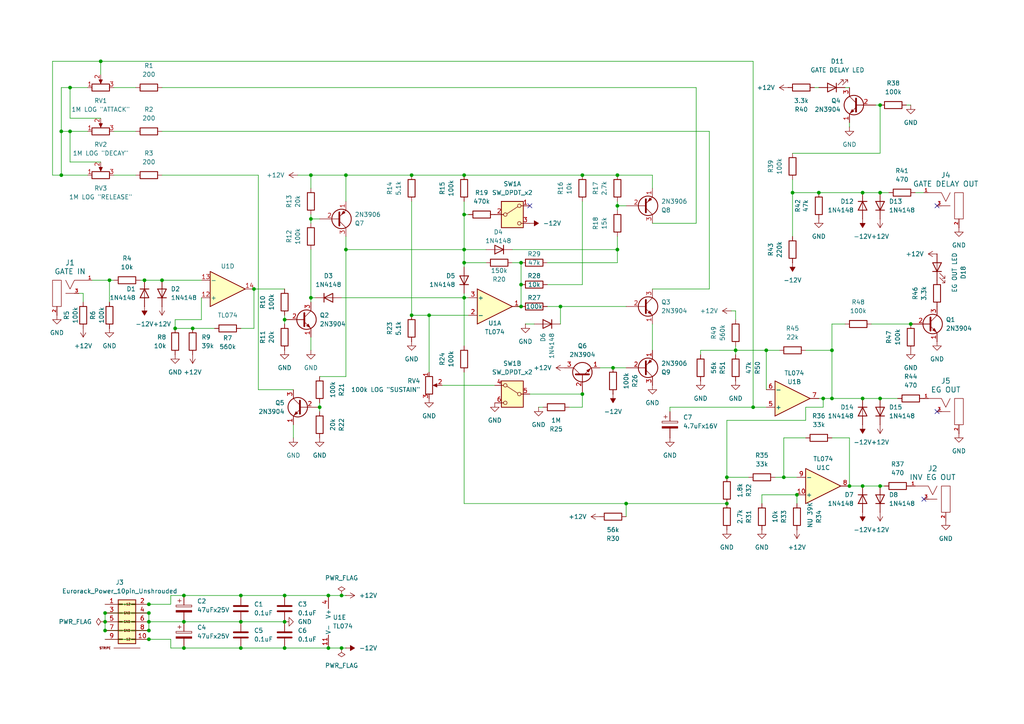
<source format=kicad_sch>
(kicad_sch (version 20231120) (generator "eeschema") (generator_version "8.0")
  (paper "A4")
  (junction (at 99.06 172.72))
  (junction (at 100.33 72.39))
  (junction (at 43.18 185.42))
  (junction (at 69.85 172.72))
  (junction (at 90.17 86.36))
  (junction (at 73.66 83.82))
  (junction (at 31.75 81.28))
  (junction (at 134.62 50.8))
  (junction (at 168.91 114.3))
  (junction (at 82.55 92.71))
  (junction (at 210.82 138.43))
  (junction (at 151.13 88.9))
  (junction (at 255.27 30.48))
  (junction (at 92.71 118.11))
  (junction (at 69.85 180.34))
  (junction (at 162.56 88.9))
  (junction (at 43.18 180.34))
  (junction (at 53.34 180.34))
  (junction (at 218.44 118.11))
  (junction (at 53.34 187.96))
  (junction (at 250.19 55.88))
  (junction (at 30.48 177.8))
  (junction (at 151.13 76.2))
  (junction (at 246.38 140.97))
  (junction (at 134.62 76.2))
  (junction (at 255.27 140.97))
  (junction (at 43.18 182.88))
  (junction (at 241.3 101.6))
  (junction (at 82.55 180.34))
  (junction (at 255.27 55.88))
  (junction (at 237.49 55.88))
  (junction (at 30.48 182.88))
  (junction (at 151.13 82.55))
  (junction (at 134.62 86.36))
  (junction (at 179.07 50.8))
  (junction (at 238.76 115.57))
  (junction (at 229.87 55.88))
  (junction (at 100.33 50.8))
  (junction (at 210.82 146.05))
  (junction (at 250.19 115.57))
  (junction (at 124.46 91.44))
  (junction (at 29.21 17.78))
  (junction (at 213.36 101.6))
  (junction (at 17.78 38.1))
  (junction (at 43.18 177.8))
  (junction (at 69.85 187.96))
  (junction (at 231.14 143.51))
  (junction (at 50.8 95.25))
  (junction (at 55.88 95.25))
  (junction (at 255.27 115.57))
  (junction (at 119.38 50.8))
  (junction (at 222.25 101.6))
  (junction (at 241.3 115.57))
  (junction (at 82.55 172.72))
  (junction (at 20.32 38.1))
  (junction (at 20.32 25.4))
  (junction (at 179.07 59.69))
  (junction (at 134.62 62.23))
  (junction (at 43.18 175.26))
  (junction (at 227.33 138.43))
  (junction (at 134.62 72.39))
  (junction (at 41.91 81.28))
  (junction (at 53.34 172.72))
  (junction (at 95.25 187.96))
  (junction (at 17.78 50.8))
  (junction (at 179.07 72.39))
  (junction (at 30.48 180.34))
  (junction (at 264.16 93.98))
  (junction (at 181.61 146.05))
  (junction (at 46.99 81.28))
  (junction (at 90.17 63.5))
  (junction (at 90.17 50.8))
  (junction (at 82.55 187.96))
  (junction (at 177.8 106.68))
  (junction (at 250.19 140.97))
  (junction (at 168.91 50.8))
  (junction (at 99.06 187.96))
  (junction (at 119.38 91.44))
  (junction (at 95.25 172.72))
  (no_connect (at 267.97 144.78))
  (no_connect (at 153.67 59.69))
  (no_connect (at 271.78 59.69))
  (no_connect (at 271.78 119.38))
  (wire (pts (xy 179.07 72.39) (xy 148.59 72.39)))
  (wire (pts (xy 134.62 72.39) (xy 134.62 76.2)))
  (wire (pts (xy 134.62 86.36) (xy 135.89 86.36)))
  (wire (pts (xy 46.99 81.28) (xy 58.42 81.28)))
  (wire (pts (xy 43.18 180.34) (xy 43.18 182.88)))
  (wire (pts (xy 250.19 55.88) (xy 255.27 55.88)))
  (wire (pts (xy 213.36 100.33) (xy 213.36 101.6)))
  (wire (pts (xy 203.2 101.6) (xy 203.2 102.87)))
  (wire (pts (xy 17.78 38.1) (xy 17.78 25.4)))
  (wire (pts (xy 210.82 121.92) (xy 233.68 121.92)))
  (wire (pts (xy 50.8 95.25) (xy 55.88 95.25)))
  (wire (pts (xy 189.23 93.98) (xy 189.23 101.6)))
  (wire (pts (xy 134.62 76.2) (xy 140.97 76.2)))
  (wire (pts (xy 134.62 76.2) (xy 134.62 77.47)))
  (wire (pts (xy 24.13 85.09) (xy 24.13 87.63)))
  (wire (pts (xy 20.32 46.99) (xy 20.32 38.1)))
  (wire (pts (xy 210.82 138.43) (xy 210.82 121.92)))
  (wire (pts (xy 222.25 101.6) (xy 222.25 113.03)))
  (wire (pts (xy 246.38 127) (xy 241.3 127)))
  (wire (pts (xy 237.49 115.57) (xy 238.76 115.57)))
  (wire (pts (xy 168.91 50.8) (xy 179.07 50.8)))
  (wire (pts (xy 43.18 177.8) (xy 43.18 180.34)))
  (wire (pts (xy 82.55 172.72) (xy 95.25 172.72)))
  (wire (pts (xy 241.3 115.57) (xy 250.19 115.57)))
  (wire (pts (xy 134.62 72.39) (xy 100.33 72.39)))
  (wire (pts (xy 99.06 187.96) (xy 95.25 187.96)))
  (wire (pts (xy 90.17 72.39) (xy 90.17 86.36)))
  (wire (pts (xy 82.55 92.71) (xy 82.55 93.98)))
  (wire (pts (xy 69.85 180.34) (xy 82.55 180.34)))
  (wire (pts (xy 246.38 140.97) (xy 250.19 140.97)))
  (wire (pts (xy 134.62 50.8) (xy 168.91 50.8)))
  (wire (pts (xy 189.23 64.77) (xy 201.93 64.77)))
  (wire (pts (xy 205.74 38.1) (xy 205.74 83.82)))
  (wire (pts (xy 99.06 86.36) (xy 134.62 86.36)))
  (wire (pts (xy 92.71 118.11) (xy 92.71 119.38)))
  (wire (pts (xy 124.46 91.44) (xy 135.89 91.44)))
  (wire (pts (xy 134.62 146.05) (xy 181.61 146.05)))
  (wire (pts (xy 73.66 83.82) (xy 82.55 83.82)))
  (wire (pts (xy 217.17 138.43) (xy 210.82 138.43)))
  (wire (pts (xy 15.24 17.78) (xy 29.21 17.78)))
  (wire (pts (xy 231.14 143.51) (xy 231.14 146.05)))
  (wire (pts (xy 151.13 76.2) (xy 151.13 82.55)))
  (wire (pts (xy 41.91 81.28) (xy 40.64 81.28)))
  (wire (pts (xy 262.89 30.48) (xy 264.16 30.48)))
  (wire (pts (xy 250.19 115.57) (xy 255.27 115.57)))
  (wire (pts (xy 29.21 17.78) (xy 29.21 21.59)))
  (wire (pts (xy 33.02 25.4) (xy 39.37 25.4)))
  (wire (pts (xy 30.48 182.88) (xy 43.18 182.88)))
  (wire (pts (xy 82.55 91.44) (xy 82.55 92.71)))
  (wire (pts (xy 229.87 55.88) (xy 229.87 68.58)))
  (wire (pts (xy 213.36 101.6) (xy 203.2 101.6)))
  (wire (pts (xy 241.3 101.6) (xy 233.68 101.6)))
  (wire (pts (xy 255.27 140.97) (xy 256.54 140.97)))
  (wire (pts (xy 236.22 25.4) (xy 237.49 25.4)))
  (wire (pts (xy 158.75 76.2) (xy 179.07 76.2)))
  (wire (pts (xy 46.99 25.4) (xy 201.93 25.4)))
  (wire (pts (xy 20.32 38.1) (xy 25.4 38.1)))
  (wire (pts (xy 29.21 46.99) (xy 20.32 46.99)))
  (wire (pts (xy 17.78 50.8) (xy 25.4 50.8)))
  (wire (pts (xy 15.24 50.8) (xy 15.24 17.78)))
  (wire (pts (xy 100.33 50.8) (xy 100.33 58.42)))
  (wire (pts (xy 90.17 63.5) (xy 92.71 63.5)))
  (wire (pts (xy 224.79 138.43) (xy 227.33 138.43)))
  (wire (pts (xy 100.33 72.39) (xy 100.33 109.22)))
  (wire (pts (xy 55.88 95.25) (xy 62.23 95.25)))
  (wire (pts (xy 43.18 180.34) (xy 53.34 180.34)))
  (wire (pts (xy 194.31 118.11) (xy 194.31 119.38)))
  (wire (pts (xy 158.75 88.9) (xy 162.56 88.9)))
  (wire (pts (xy 74.93 113.03) (xy 74.93 50.8)))
  (wire (pts (xy 168.91 114.3) (xy 168.91 118.11)))
  (wire (pts (xy 119.38 91.44) (xy 124.46 91.44)))
  (wire (pts (xy 17.78 25.4) (xy 20.32 25.4)))
  (wire (pts (xy 152.4 93.98) (xy 154.94 93.98)))
  (wire (pts (xy 179.07 76.2) (xy 179.07 72.39)))
  (wire (pts (xy 85.09 123.19) (xy 85.09 127)))
  (wire (pts (xy 245.11 93.98) (xy 241.3 93.98)))
  (wire (pts (xy 134.62 62.23) (xy 134.62 72.39)))
  (wire (pts (xy 162.56 88.9) (xy 181.61 88.9)))
  (wire (pts (xy 49.53 172.72) (xy 53.34 172.72)))
  (wire (pts (xy 179.07 58.42) (xy 179.07 59.69)))
  (wire (pts (xy 162.56 88.9) (xy 162.56 93.98)))
  (wire (pts (xy 134.62 58.42) (xy 134.62 62.23)))
  (wire (pts (xy 33.02 81.28) (xy 31.75 81.28)))
  (wire (pts (xy 156.21 118.11) (xy 157.48 118.11)))
  (wire (pts (xy 153.67 114.3) (xy 168.91 114.3)))
  (wire (pts (xy 250.19 140.97) (xy 255.27 140.97)))
  (wire (pts (xy 100.33 50.8) (xy 119.38 50.8)))
  (wire (pts (xy 168.91 58.42) (xy 168.91 82.55)))
  (wire (pts (xy 90.17 50.8) (xy 100.33 50.8)))
  (wire (pts (xy 49.53 185.42) (xy 49.53 187.96)))
  (wire (pts (xy 227.33 138.43) (xy 231.14 138.43)))
  (wire (pts (xy 181.61 146.05) (xy 210.82 146.05)))
  (wire (pts (xy 53.34 187.96) (xy 69.85 187.96)))
  (wire (pts (xy 30.48 185.42) (xy 43.18 185.42)))
  (wire (pts (xy 41.91 81.28) (xy 46.99 81.28)))
  (wire (pts (xy 92.71 109.22) (xy 100.33 109.22)))
  (wire (pts (xy 213.36 101.6) (xy 222.25 101.6)))
  (wire (pts (xy 181.61 146.05) (xy 181.61 149.86)))
  (wire (pts (xy 194.31 118.11) (xy 218.44 118.11)))
  (wire (pts (xy 241.3 115.57) (xy 241.3 101.6)))
  (wire (pts (xy 33.02 50.8) (xy 39.37 50.8)))
  (wire (pts (xy 255.27 115.57) (xy 260.35 115.57)))
  (wire (pts (xy 134.62 72.39) (xy 140.97 72.39)))
  (wire (pts (xy 119.38 50.8) (xy 134.62 50.8)))
  (wire (pts (xy 245.11 25.4) (xy 246.38 25.4)))
  (wire (pts (xy 82.55 187.96) (xy 95.25 187.96)))
  (wire (pts (xy 149.86 88.9) (xy 151.13 88.9)))
  (wire (pts (xy 205.74 83.82) (xy 189.23 83.82)))
  (wire (pts (xy 227.33 127) (xy 227.33 138.43)))
  (wire (pts (xy 90.17 86.36) (xy 90.17 87.63)))
  (wire (pts (xy 22.86 85.09) (xy 24.13 85.09)))
  (wire (pts (xy 30.48 180.34) (xy 43.18 180.34)))
  (wire (pts (xy 226.06 101.6) (xy 222.25 101.6)))
  (wire (pts (xy 255.27 30.48) (xy 254 30.48)))
  (wire (pts (xy 189.23 50.8) (xy 189.23 54.61)))
  (wire (pts (xy 134.62 62.23) (xy 135.89 62.23)))
  (wire (pts (xy 15.24 50.8) (xy 17.78 50.8)))
  (wire (pts (xy 33.02 38.1) (xy 39.37 38.1)))
  (wire (pts (xy 255.27 30.48) (xy 255.27 44.45)))
  (wire (pts (xy 177.8 106.68) (xy 181.61 106.68)))
  (wire (pts (xy 49.53 187.96) (xy 53.34 187.96)))
  (wire (pts (xy 58.42 92.71) (xy 50.8 92.71)))
  (wire (pts (xy 238.76 118.11) (xy 238.76 115.57)))
  (wire (pts (xy 69.85 187.96) (xy 82.55 187.96)))
  (wire (pts (xy 29.21 17.78) (xy 218.44 17.78)))
  (wire (pts (xy 177.8 106.68) (xy 173.99 106.68)))
  (wire (pts (xy 134.62 107.95) (xy 134.62 146.05)))
  (wire (pts (xy 100.33 172.72) (xy 99.06 172.72)))
  (wire (pts (xy 92.71 116.84) (xy 92.71 118.11)))
  (wire (pts (xy 128.27 111.76) (xy 143.51 111.76)))
  (wire (pts (xy 233.68 118.11) (xy 238.76 118.11)))
  (wire (pts (xy 134.62 85.09) (xy 134.62 86.36)))
  (wire (pts (xy 53.34 172.72) (xy 69.85 172.72)))
  (wire (pts (xy 222.25 118.11) (xy 218.44 118.11)))
  (wire (pts (xy 17.78 38.1) (xy 20.32 38.1)))
  (wire (pts (xy 91.44 86.36) (xy 90.17 86.36)))
  (wire (pts (xy 20.32 25.4) (xy 20.32 34.29)))
  (wire (pts (xy 179.07 59.69) (xy 179.07 60.96)))
  (wire (pts (xy 220.98 143.51) (xy 220.98 146.05)))
  (wire (pts (xy 213.36 101.6) (xy 213.36 102.87)))
  (wire (pts (xy 73.66 83.82) (xy 73.66 95.25)))
  (wire (pts (xy 151.13 82.55) (xy 151.13 88.9)))
  (wire (pts (xy 74.93 113.03) (xy 85.09 113.03)))
  (wire (pts (xy 20.32 25.4) (xy 25.4 25.4)))
  (wire (pts (xy 30.48 175.26) (xy 43.18 175.26)))
  (wire (pts (xy 238.76 115.57) (xy 241.3 115.57)))
  (wire (pts (xy 134.62 86.36) (xy 134.62 100.33)))
  (wire (pts (xy 255.27 44.45) (xy 229.87 44.45)))
  (wire (pts (xy 49.53 172.72) (xy 49.53 175.26)))
  (wire (pts (xy 229.87 55.88) (xy 237.49 55.88)))
  (wire (pts (xy 69.85 172.72) (xy 82.55 172.72)))
  (wire (pts (xy 212.09 90.17) (xy 213.36 90.17)))
  (wire (pts (xy 86.36 50.8) (xy 90.17 50.8)))
  (wire (pts (xy 124.46 91.44) (xy 124.46 107.95)))
  (wire (pts (xy 58.42 86.36) (xy 58.42 92.71)))
  (wire (pts (xy 237.49 55.88) (xy 250.19 55.88)))
  (wire (pts (xy 100.33 68.58) (xy 100.33 72.39)))
  (wire (pts (xy 90.17 97.79) (xy 90.17 101.6)))
  (wire (pts (xy 50.8 92.71) (xy 50.8 95.25)))
  (wire (pts (xy 241.3 93.98) (xy 241.3 101.6)))
  (wire (pts (xy 99.06 172.72) (xy 95.25 172.72)))
  (wire (pts (xy 255.27 55.88) (xy 257.81 55.88)))
  (wire (pts (xy 90.17 50.8) (xy 90.17 54.61)))
  (wire (pts (xy 246.38 140.97) (xy 246.38 127)))
  (wire (pts (xy 213.36 90.17) (xy 213.36 92.71)))
  (wire (pts (xy 17.78 38.1) (xy 17.78 50.8)))
  (wire (pts (xy 168.91 82.55) (xy 158.75 82.55)))
  (wire (pts (xy 179.07 50.8) (xy 189.23 50.8)))
  (wire (pts (xy 90.17 63.5) (xy 90.17 64.77)))
  (wire (pts (xy 31.75 81.28) (xy 26.67 81.28)))
  (wire (pts (xy 233.68 127) (xy 227.33 127)))
  (wire (pts (xy 30.48 180.34) (xy 30.48 182.88)))
  (wire (pts (xy 30.48 177.8) (xy 43.18 177.8)))
  (wire (pts (xy 265.43 55.88) (xy 267.97 55.88)))
  (wire (pts (xy 31.75 81.28) (xy 31.75 87.63)))
  (wire (pts (xy 252.73 93.98) (xy 264.16 93.98)))
  (wire (pts (xy 119.38 58.42) (xy 119.38 91.44)))
  (wire (pts (xy 30.48 177.8) (xy 30.48 180.34)))
  (wire (pts (xy 246.38 36.83) (xy 246.38 35.56)))
  (wire (pts (xy 43.18 175.26) (xy 49.53 175.26)))
  (wire (pts (xy 218.44 118.11) (xy 218.44 17.78)))
  (wire (pts (xy 148.59 76.2) (xy 151.13 76.2)))
  (wire (pts (xy 100.33 187.96) (xy 99.06 187.96)))
  (wire (pts (xy 90.17 62.23) (xy 90.17 63.5)))
  (wire (pts (xy 29.21 34.29) (xy 20.32 34.29)))
  (wire (pts (xy 43.18 185.42) (xy 49.53 185.42)))
  (wire (pts (xy 46.99 50.8) (xy 74.93 50.8)))
  (wire (pts (xy 179.07 59.69) (xy 181.61 59.69)))
  (wire (pts (xy 46.99 38.1) (xy 205.74 38.1)))
  (wire (pts (xy 73.66 95.25) (xy 69.85 95.25)))
  (wire (pts (xy 233.68 121.92) (xy 233.68 118.11)))
  (wire (pts (xy 201.93 64.77) (xy 201.93 25.4)))
  (wire (pts (xy 168.91 118.11) (xy 165.1 118.11)))
  (wire (pts (xy 69.85 180.34) (xy 53.34 180.34)))
  (wire (pts (xy 231.14 143.51) (xy 220.98 143.51)))
  (wire (pts (xy 179.07 68.58) (xy 179.07 72.39)))
  (wire (pts (xy 229.87 52.07) (xy 229.87 55.88)))
  (symbol (lib_id "Switch:SW_DPDT_x2") (at 148.59 62.23 0) (unit 1)
    (property "Reference" "SW1" (at 148.59 53.34 0))
    (property "Value" "SW_DPDT_x2" (at 148.59 55.88 0))
    (property "Footprint" "PCM_4ms_Switch:Switch_Toggle_DPDT_SubMini" (effects (hide yes)))
    (property "Description" "Switch, dual pole double throw, separate symbols" (effects (hide yes)))
  )
  (symbol (lib_id "PCM_4ms_Connector:Eurorack_Power_10pin_Unshrouded") (at 36.83 176.53 0) (unit 1)
    (property "Reference" "J3" (at 34.7233 168.91 0))
    (property "Value" "Eurorack_Power_10pin_Unshrouded" (at 34.7233 171.45 0))
    (property "Footprint" "Library:IDC-Header_2x05_P2.54mm_Vertical_Euro_Power_Striped" (effects (hide yes)))
    (property "Description" "HEADER 2x5 MALE PINS 0.100” 180deg" (effects (hide yes)))
    (property "Specifications" "HEADER 2x5 MALE PINS 0.100” 180deg" (effects (hide yes)))
    (property "Manufacturer" "TAD" (effects (hide yes)))
    (property "Part Number" "1-1002FBV0T" (effects (hide yes)))
  )
  (symbol (lib_id "Device:R") (at 144.78 76.2 90) (mirror x) (unit 1)
    (property "Reference" "R20" (at 144.78 81.026 90))
    (property "Value" "150k" (at 144.78 78.486 90))
    (property "Footprint" "Resistor_THT:R_Axial_DIN0207_L6.3mm_D2.5mm_P7.62mm_Horizontal" (effects (hide yes)))
    (property "Description" "Resistor" (effects (hide yes)))
  )
  (symbol (lib_id "Device:LED") (at 271.78 77.47 90) (unit 1)
    (property "Reference" "D18" (at 279.4 79.0575 0))
    (property "Value" "EG OUT LED" (at 276.86 79.0575 0))
    (property "Footprint" "PCM_4ms_LED:LED_3mm_C1A2" (effects (hide yes)))
    (property "Description" "Light emitting diode" (effects (hide yes)))
  )
  (symbol (lib_id "Device:LED") (at 241.3 25.4 180) (unit 1)
    (property "Reference" "D11" (at 242.8875 17.78 0))
    (property "Value" "GATE DELAY LED" (at 242.8875 20.32 0))
    (property "Footprint" "PCM_4ms_LED:LED_3mm_C1A2" (effects (hide yes)))
    (property "Description" "Light emitting diode" (effects (hide yes)))
  )
  (symbol (lib_id "power:GND") (at 203.2 110.49 0) (unit 1)
    (property "Reference" "#PWR044" (effects (hide yes)))
    (property "Value" "GND" (at 203.2 115.57 0))
    (property "Description" "Power symbol creates a global label with name \"GND\" , ground" (effects (hide yes)))
  )
  (symbol (lib_id "Device:C") (at 69.85 176.53 0) (unit 1)
    (property "Reference" "C1" (at 73.66 175.2599 0) (effects (justify left)))
    (property "Value" "0.1uF" (at 73.66 177.7999 0) (effects (justify left)))
    (property "Footprint" "Capacitor_THT:C_Axial_L3.8mm_D2.6mm_P7.50mm_Horizontal" (effects (hide yes)))
    (property "Description" "Unpolarized capacitor" (effects (hide yes)))
  )
  (symbol (lib_id "Diode:1N4148") (at 46.99 85.09 90) (unit 1)
    (property "Reference" "D2" (at 49.53 83.8199 90) (effects (justify right)))
    (property "Value" "1N4148" (at 49.53 86.3599 90) (effects (justify right)))
    (property "Footprint" "Diode_THT:D_DO-35_SOD27_P7.62mm_Horizontal" (effects (hide yes)))
    (property "Datasheet" "https://assets.nexperia.com/documents/data-sheet/1N4148_1N4448.pdf" (effects (hide yes)))
    (property "Description" "100V 0.15A standard switching diode, DO-35" (effects (hide yes)))
    (property "Sim.Device" "D" (effects (hide yes)))
    (property "Sim.Pins" "1=K 2=A" (effects (hide yes)))
  )
  (symbol (lib_id "Device:R") (at 161.29 118.11 90) (mirror x) (unit 1)
    (property "Reference" "R25" (at 161.29 124.46 90))
    (property "Value" "1M" (at 161.29 121.92 90))
    (property "Footprint" "Resistor_THT:R_Axial_DIN0207_L6.3mm_D2.5mm_P7.62mm_Horizontal" (effects (hide yes)))
    (property "Description" "Resistor" (effects (hide yes)))
  )
  (symbol (lib_id "Amplifier_Operational:TL074") (at 238.76 140.97 0) (mirror x) (unit 3)
    (property "Reference" "U1" (at 238.76 135.636 0))
    (property "Value" "TL074" (at 238.76 133.096 0))
    (property "Footprint" "Package_DIP:DIP-14_W7.62mm_Socket" (effects (hide yes)))
    (property "Datasheet" "http://www.ti.com/lit/ds/symlink/tl071.pdf" (effects (hide yes)))
    (property "Description" "Quad Low-Noise JFET-Input Operational Amplifiers, DIP-14/SOIC-14" (effects (hide yes)))
  )
  (symbol (lib_id "Amplifier_Operational:TL074") (at 143.51 88.9 0) (unit 1)
    (property "Reference" "U1" (at 143.51 93.726 0))
    (property "Value" "TL074" (at 143.51 96.266 0))
    (property "Footprint" "Package_DIP:DIP-14_W7.62mm_Socket" (effects (hide yes)))
    (property "Datasheet" "http://www.ti.com/lit/ds/symlink/tl071.pdf" (effects (hide yes)))
    (property "Description" "Quad Low-Noise JFET-Input Operational Amplifiers, DIP-14/SOIC-14" (effects (hide yes)))
  )
  (symbol (lib_id "Amplifier_Operational:TL074") (at 66.04 83.82 0) (mirror x) (unit 4)
    (property "Reference" "U1" (at 66.04 77.216 0))
    (property "Value" "TL074" (at 66.04 91.44 0))
    (property "Footprint" "Package_DIP:DIP-14_W7.62mm_Socket" (effects (hide yes)))
    (property "Datasheet" "http://www.ti.com/lit/ds/symlink/tl071.pdf" (effects (hide yes)))
    (property "Description" "Quad Low-Noise JFET-Input Operational Amplifiers, DIP-14/SOIC-14" (effects (hide yes)))
  )
  (symbol (lib_id "Transistor_BJT:2N3906") (at 97.79 63.5 0) (mirror x) (unit 1)
    (property "Reference" "Q7" (at 102.87 64.7701 0) (effects (justify left)))
    (property "Value" "2N3906" (at 102.87 62.2301 0) (effects (justify left)))
    (property "Footprint" "Package_TO_SOT_THT:TO-92_Inline" (effects (hide yes)))
    (property "Datasheet" "https://www.onsemi.com/pub/Collateral/2N3906-D.PDF" (effects (hide yes)))
    (property "Description" "-0.2A Ic, -40V Vce, Small Signal PNP Transistor, TO-92" (effects (hide yes)))
  )
  (symbol (lib_id "power:GND") (at 156.21 118.11 0) (unit 1)
    (property "Reference" "#PWR016" (effects (hide yes)))
    (property "Value" "GND" (at 156.21 123.19 0))
    (property "Description" "Power symbol creates a global label with name \"GND\" , ground" (effects (hide yes)))
  )
  (symbol (lib_id "Device:C_Polarized") (at 53.34 176.53 0) (unit 1)
    (property "Reference" "C2" (at 57.15 174.3709 0) (effects (justify left)))
    (property "Value" "47uFx25V" (at 57.15 176.9109 0) (effects (justify left)))
    (property "Footprint" "Capacitor_THT:CP_Radial_D5.0mm_P2.50mm" (effects (hide yes)))
    (property "Description" "Polarized capacitor" (effects (hide yes)))
  )
  (symbol (lib_id "power:+12V") (at 173.99 149.86 90) (unit 1)
    (property "Reference" "#PWR021" (effects (hide yes)))
    (property "Value" "+12V" (at 170.18 149.8599 90) (effects (justify left)))
    (property "Description" "Power symbol creates a global label with name \"+12V\"" (effects (hide yes)))
  )
  (symbol (lib_id "Device:R") (at 154.94 76.2 90) (unit 1)
    (property "Reference" "R29" (at 154.94 73.66 90))
    (property "Value" "47k" (at 154.94 76.2 90))
    (property "Footprint" "Resistor_THT:R_Axial_DIN0207_L6.3mm_D2.5mm_P7.62mm_Horizontal" (effects (hide yes)))
    (property "Description" "Resistor" (effects (hide yes)))
  )
  (symbol (lib_id "power:+12V") (at 255.27 123.19 180) (unit 1)
    (property "Reference" "#PWR040" (effects (hide yes)))
    (property "Value" "+12V" (at 255.27 128.27 0))
    (property "Description" "Power symbol creates a global label with name \"+12V\"" (effects (hide yes)))
  )
  (symbol (lib_id "power:PWR_FLAG") (at 99.06 187.96 180) (unit 1)
    (property "Reference" "#FLG02" (effects (hide yes)))
    (property "Value" "PWR_FLAG" (at 99.06 193.04 0))
    (property "Description" "Special symbol for telling ERC where power comes from" (effects (hide yes)))
  )
  (symbol (lib_id "Amplifier_Operational:TL074") (at 229.87 115.57 0) (mirror x) (unit 2)
    (property "Reference" "U1" (at 230.378 110.744 0))
    (property "Value" "TL074" (at 230.378 108.204 0))
    (property "Footprint" "Package_DIP:DIP-14_W7.62mm_Socket" (effects (hide yes)))
    (property "Datasheet" "http://www.ti.com/lit/ds/symlink/tl071.pdf" (effects (hide yes)))
    (property "Description" "Quad Low-Noise JFET-Input Operational Amplifiers, DIP-14/SOIC-14" (effects (hide yes)))
  )
  (symbol (lib_id "Device:R") (at 90.17 68.58 0) (mirror y) (unit 1)
    (property "Reference" "R12" (at 83.82 68.58 90))
    (property "Value" "100k" (at 86.36 68.58 90))
    (property "Footprint" "Resistor_THT:R_Axial_DIN0207_L6.3mm_D2.5mm_P7.62mm_Horizontal" (effects (hide yes)))
    (property "Description" "Resistor" (effects (hide yes)))
  )
  (symbol (lib_id "Device:R") (at 92.71 113.03 0) (mirror x) (unit 1)
    (property "Reference" "R21" (at 99.06 113.03 90))
    (property "Value" "100k" (at 96.52 113.03 90))
    (property "Footprint" "Resistor_THT:R_Axial_DIN0207_L6.3mm_D2.5mm_P7.62mm_Horizontal" (effects (hide yes)))
    (property "Description" "Resistor" (effects (hide yes)))
  )
  (symbol (lib_id "Diode:1N4148") (at 255.27 59.69 90) (unit 1)
    (property "Reference" "D13" (at 257.81 58.4199 90) (effects (justify right)))
    (property "Value" "1N4148" (at 257.81 60.9599 90) (effects (justify right)))
    (property "Footprint" "Diode_THT:D_DO-35_SOD27_P7.62mm_Horizontal" (effects (hide yes)))
    (property "Datasheet" "https://assets.nexperia.com/documents/data-sheet/1N4148_1N4448.pdf" (effects (hide yes)))
    (property "Description" "100V 0.15A standard switching diode, DO-35" (effects (hide yes)))
    (property "Sim.Device" "D" (effects (hide yes)))
    (property "Sim.Pins" "1=K 2=A" (effects (hide yes)))
  )
  (symbol (lib_id "power:-12V") (at 100.33 187.96 270) (unit 1)
    (property "Reference" "#PWR030" (effects (hide yes)))
    (property "Value" "-12V" (at 104.14 187.9599 90) (effects (justify left)))
    (property "Description" "Power symbol creates a global label with name \"-12V\"" (effects (hide yes)))
  )
  (symbol (lib_id "power:GND") (at 213.36 110.49 0) (unit 1)
    (property "Reference" "#PWR043" (effects (hide yes)))
    (property "Value" "GND" (at 213.36 115.57 0))
    (property "Description" "Power symbol creates a global label with name \"GND\" , ground" (effects (hide yes)))
  )
  (symbol (lib_id "Device:R") (at 92.71 123.19 0) (mirror x) (unit 1)
    (property "Reference" "R22" (at 99.06 123.19 90))
    (property "Value" "20k" (at 96.52 123.19 90))
    (property "Footprint" "Resistor_THT:R_Axial_DIN0207_L6.3mm_D2.5mm_P7.62mm_Horizontal" (effects (hide yes)))
    (property "Description" "Resistor" (effects (hide yes)))
  )
  (symbol (lib_id "Device:R") (at 66.04 95.25 90) (unit 1)
    (property "Reference" "R7" (at 66.04 98.044 90))
    (property "Value" "560k" (at 66.04 100.584 90))
    (property "Footprint" "Resistor_THT:R_Axial_DIN0207_L6.3mm_D2.5mm_P7.62mm_Horizontal" (effects (hide yes)))
    (property "Description" "Resistor" (effects (hide yes)))
  )
  (symbol (lib_id "Device:R") (at 177.8 110.49 0) (unit 1)
    (property "Reference" "R26" (at 184.15 110.49 90))
    (property "Value" "100k" (at 181.61 110.49 90))
    (property "Footprint" "Resistor_THT:R_Axial_DIN0207_L6.3mm_D2.5mm_P7.62mm_Horizontal" (effects (hide yes)))
    (property "Description" "Resistor" (effects (hide yes)))
  )
  (symbol (lib_id "Device:R") (at 220.98 138.43 90) (unit 1)
    (property "Reference" "R35" (at 220.98 132.08 90))
    (property "Value" "33k" (at 220.98 134.62 90))
    (property "Footprint" "Resistor_THT:R_Axial_DIN0207_L6.3mm_D2.5mm_P7.62mm_Horizontal" (effects (hide yes)))
    (property "Description" "Resistor" (effects (hide yes)))
  )
  (symbol (lib_id "power:+12V") (at 86.36 50.8 90) (unit 1)
    (property "Reference" "#PWR09" (effects (hide yes)))
    (property "Value" "+12V" (at 82.55 50.7999 90) (effects (justify left)))
    (property "Description" "Power symbol creates a global label with name \"+12V\"" (effects (hide yes)))
  )
  (symbol (lib_id "power:GND") (at 16.51 91.44 0) (unit 1)
    (property "Reference" "#PWR049" (effects (hide yes)))
    (property "Value" "GND" (at 16.51 96.52 0))
    (property "Description" "Power symbol creates a global label with name \"GND\" , ground" (effects (hide yes)))
  )
  (symbol (lib_id "Device:R") (at 248.92 93.98 270) (mirror x) (unit 1)
    (property "Reference" "R48" (at 248.92 87.63 90))
    (property "Value" "100k" (at 248.92 90.17 90))
    (property "Footprint" "Resistor_THT:R_Axial_DIN0207_L6.3mm_D2.5mm_P7.62mm_Horizontal" (effects (hide yes)))
    (property "Description" "Resistor" (effects (hide yes)))
  )
  (symbol (lib_id "Diode:1N4148") (at 144.78 72.39 180) (unit 1)
    (property "Reference" "D4" (at 144.526 67.31 0))
    (property "Value" "1N4148" (at 144.526 69.85 0))
    (property "Footprint" "Diode_THT:D_DO-35_SOD27_P7.62mm_Horizontal" (effects (hide yes)))
    (property "Datasheet" "https://assets.nexperia.com/documents/data-sheet/1N4148_1N4448.pdf" (effects (hide yes)))
    (property "Description" "100V 0.15A standard switching diode, DO-35" (effects (hide yes)))
    (property "Sim.Device" "D" (effects (hide yes)))
    (property "Sim.Pins" "1=K 2=A" (effects (hide yes)))
  )
  (symbol (lib_id "Device:R") (at 82.55 97.79 180) (unit 1)
    (property "Reference" "R11" (at 76.2 97.79 90))
    (property "Value" "20k" (at 78.74 97.79 90))
    (property "Footprint" "Resistor_THT:R_Axial_DIN0207_L6.3mm_D2.5mm_P7.62mm_Horizontal" (effects (hide yes)))
    (property "Description" "Resistor" (effects (hide yes)))
  )
  (symbol (lib_id "Device:C_Polarized") (at 194.31 123.19 0) (unit 1)
    (property "Reference" "C7" (at 198.12 121.0309 0) (effects (justify left)))
    (property "Value" "4.7uFx16V" (at 198.12 123.5709 0) (effects (justify left)))
    (property "Footprint" "Capacitor_THT:CP_Radial_D5.0mm_P2.50mm" (effects (hide yes)))
    (property "Description" "Polarized capacitor" (effects (hide yes)))
  )
  (symbol (lib_id "Device:R") (at 119.38 54.61 0) (mirror y) (unit 1)
    (property "Reference" "R14" (at 113.03 54.61 90))
    (property "Value" "5.1k" (at 115.57 54.61 90))
    (property "Footprint" "Resistor_THT:R_Axial_DIN0207_L6.3mm_D2.5mm_P7.62mm_Horizontal" (effects (hide yes)))
    (property "Description" "Resistor" (effects (hide yes)))
  )
  (symbol (lib_id "Transistor_BJT:2N3904") (at 269.24 93.98 0) (unit 1)
    (property "Reference" "Q1" (at 274.32 92.7099 0) (effects (justify left)))
    (property "Value" "2N3904" (at 274.32 95.2499 0) (effects (justify left)))
    (property "Footprint" "Package_TO_SOT_THT:TO-92_Inline" (effects (hide yes)))
    (property "Datasheet" "https://www.onsemi.com/pub/Collateral/2N3903-D.PDF" (effects (hide yes)))
    (property "Description" "0.2A Ic, 40V Vce, Small Signal NPN Transistor, TO-92" (effects (hide yes)))
  )
  (symbol (lib_id "power:GND") (at 246.38 36.83 0) (mirror y) (unit 1)
    (property "Reference" "#PWR032" (effects (hide yes)))
    (property "Value" "GND" (at 246.38 41.91 0))
    (property "Description" "Power symbol creates a global label with name \"GND\" , ground" (effects (hide yes)))
  )
  (symbol (lib_id "power:GND") (at 50.8 102.87 0) (unit 1)
    (property "Reference" "#PWR05" (effects (hide yes)))
    (property "Value" "GND" (at 50.8 107.95 0))
    (property "Description" "Power symbol creates a global label with name \"GND\" , ground" (effects (hide yes)))
  )
  (symbol (lib_id "Transistor_BJT:2N3906") (at 186.69 106.68 0) (mirror x) (unit 1)
    (property "Reference" "Q9" (at 191.77 107.9501 0) (effects (justify left)))
    (property "Value" "2N3906" (at 191.77 105.4101 0) (effects (justify left)))
    (property "Footprint" "Package_TO_SOT_THT:TO-92_Inline" (effects (hide yes)))
    (property "Datasheet" "https://www.onsemi.com/pub/Collateral/2N3906-D.PDF" (effects (hide yes)))
    (property "Description" "-0.2A Ic, -40V Vce, Small Signal PNP Transistor, TO-92" (effects (hide yes)))
  )
  (symbol (lib_id "Transistor_BJT:2N3904") (at 248.92 30.48 0) (mirror y) (unit 1)
    (property "Reference" "Q4" (at 243.84 29.2099 0) (effects (justify left)))
    (property "Value" "2N3904" (at 243.84 31.7499 0) (effects (justify left)))
    (property "Footprint" "Package_TO_SOT_THT:TO-92_Inline" (effects (hide yes)))
    (property "Datasheet" "https://www.onsemi.com/pub/Collateral/2N3903-D.PDF" (effects (hide yes)))
    (property "Description" "0.2A Ic, 40V Vce, Small Signal NPN Transistor, TO-92" (effects (hide yes)))
  )
  (symbol (lib_id "Device:R") (at 36.83 81.28 90) (unit 1)
    (property "Reference" "R4" (at 36.83 74.93 90))
    (property "Value" "10k" (at 36.83 77.47 90))
    (property "Footprint" "Resistor_THT:R_Axial_DIN0207_L6.3mm_D2.5mm_P7.62mm_Horizontal" (effects (hide yes)))
    (property "Description" "Resistor" (effects (hide yes)))
  )
  (symbol (lib_id "power:GND") (at 194.31 127 0) (unit 1)
    (property "Reference" "#PWR042" (effects (hide yes)))
    (property "Value" "GND" (at 194.31 132.08 0))
    (property "Description" "Power symbol creates a global label with name \"GND\" , ground" (effects (hide yes)))
  )
  (symbol (lib_id "power:+12V") (at 163.83 106.68 90) (unit 1)
    (property "Reference" "#PWR015" (effects (hide yes)))
    (property "Value" "+12V" (at 160.02 106.6799 90) (effects (justify left)))
    (property "Description" "Power symbol creates a global label with name \"+12V\"" (effects (hide yes)))
  )
  (symbol (lib_id "Device:R") (at 55.88 99.06 180) (unit 1)
    (property "Reference" "R9" (at 58.42 97.7899 0) (effects (justify right)))
    (property "Value" "39k" (at 58.42 100.3299 0) (effects (justify right)))
    (property "Footprint" "Resistor_THT:R_Axial_DIN0207_L6.3mm_D2.5mm_P7.62mm_Horizontal" (effects (hide yes)))
    (property "Description" "Resistor" (effects (hide yes)))
  )
  (symbol (lib_id "power:GND") (at 124.46 115.57 0) (unit 1)
    (property "Reference" "#PWR013" (effects (hide yes)))
    (property "Value" "GND" (at 124.46 120.65 0))
    (property "Description" "Power symbol creates a global label with name \"GND\" , ground" (effects (hide yes)))
  )
  (symbol (lib_id "Device:R") (at 82.55 87.63 180) (unit 1)
    (property "Reference" "R10" (at 76.2 87.63 90))
    (property "Value" "100k" (at 78.74 87.63 90))
    (property "Footprint" "Resistor_THT:R_Axial_DIN0207_L6.3mm_D2.5mm_P7.62mm_Horizontal" (effects (hide yes)))
    (property "Description" "Resistor" (effects (hide yes)))
  )
  (symbol (lib_id "Diode:1N4148") (at 41.91 85.09 90) (mirror x) (unit 1)
    (property "Reference" "D1" (at 39.37 83.8199 90) (effects (justify left)))
    (property "Value" "1N4148" (at 39.37 86.3599 90) (effects (justify left)))
    (property "Footprint" "Diode_THT:D_DO-35_SOD27_P7.62mm_Horizontal" (effects (hide yes)))
    (property "Datasheet" "https://assets.nexperia.com/documents/data-sheet/1N4148_1N4448.pdf" (effects (hide yes)))
    (property "Description" "100V 0.15A standard switching diode, DO-35" (effects (hide yes)))
    (property "Sim.Device" "D" (effects (hide yes)))
    (property "Sim.Pins" "1=K 2=A" (effects (hide yes)))
  )
  (symbol (lib_id "Device:C") (at 82.55 184.15 0) (unit 1)
    (property "Reference" "C6" (at 86.36 182.8799 0) (effects (justify left)))
    (property "Value" "0.1uF" (at 86.36 185.4199 0) (effects (justify left)))
    (property "Footprint" "Capacitor_THT:C_Axial_L3.8mm_D2.6mm_P7.50mm_Horizontal" (effects (hide yes)))
    (property "Description" "Unpolarized capacitor" (effects (hide yes)))
  )
  (symbol (lib_id "Device:R") (at 237.49 127 90) (unit 1)
    (property "Reference" "R36" (at 237.49 120.65 90))
    (property "Value" "33k" (at 237.49 123.19 90))
    (property "Footprint" "Resistor_THT:R_Axial_DIN0207_L6.3mm_D2.5mm_P7.62mm_Horizontal" (effects (hide yes)))
    (property "Description" "Resistor" (effects (hide yes)))
  )
  (symbol (lib_id "power:-12V") (at 250.19 63.5 180) (unit 1)
    (property "Reference" "#PWR035" (effects (hide yes)))
    (property "Value" "-12V" (at 250.19 68.58 0))
    (property "Description" "Power symbol creates a global label with name \"-12V\"" (effects (hide yes)))
  )
  (symbol (lib_id "Device:C") (at 69.85 184.15 0) (unit 1)
    (property "Reference" "C5" (at 73.66 182.8799 0) (effects (justify left)))
    (property "Value" "0.1uF" (at 73.66 185.4199 0) (effects (justify left)))
    (property "Footprint" "Capacitor_THT:C_Axial_L3.8mm_D2.6mm_P7.50mm_Horizontal" (effects (hide yes)))
    (property "Description" "Unpolarized capacitor" (effects (hide yes)))
  )
  (symbol (lib_id "Device:R") (at 179.07 54.61 0) (mirror y) (unit 1)
    (property "Reference" "R17" (at 172.72 54.61 90))
    (property "Value" "2.7k" (at 175.26 54.61 90))
    (property "Footprint" "Resistor_THT:R_Axial_DIN0207_L6.3mm_D2.5mm_P7.62mm_Horizontal" (effects (hide yes)))
    (property "Description" "Resistor" (effects (hide yes)))
  )
  (symbol (lib_id "Device:R") (at 43.18 25.4 90) (unit 1)
    (property "Reference" "R1" (at 43.18 19.05 90))
    (property "Value" "200" (at 43.18 21.59 90))
    (property "Footprint" "Resistor_THT:R_Axial_DIN0207_L6.3mm_D2.5mm_P7.62mm_Horizontal" (effects (hide yes)))
    (property "Description" "Resistor" (effects (hide yes)))
  )
  (symbol (lib_id "Device:C_Polarized") (at 53.34 184.15 0) (unit 1)
    (property "Reference" "C4" (at 57.15 181.9909 0) (effects (justify left)))
    (property "Value" "47uFx25V" (at 57.15 184.5309 0) (effects (justify left)))
    (property "Footprint" "Capacitor_THT:CP_Radial_D5.0mm_P2.50mm" (effects (hide yes)))
    (property "Description" "Polarized capacitor" (effects (hide yes)))
  )
  (symbol (lib_id "Device:R") (at 210.82 142.24 0) (unit 1)
    (property "Reference" "R32" (at 217.17 142.24 90))
    (property "Value" "1.8k" (at 214.63 142.24 90))
    (property "Footprint" "Resistor_THT:R_Axial_DIN0207_L6.3mm_D2.5mm_P7.62mm_Horizontal" (effects (hide yes)))
    (property "Description" "Resistor" (effects (hide yes)))
  )
  (symbol (lib_id "PCM_4ms_Jack:3.5mm_Mono_Switched_sm") (at 273.05 60.96 0) (mirror y) (unit 1)
    (property "Reference" "J4" (at 274.32 50.8 0) (effects (font (size 1.524 1.524))))
    (property "Value" "GATE DELAY OUT" (at 274.32 53.34 0) (effects (font (size 1.524 1.524))))
    (property "Footprint" "Library:EighthInch_PJ398SM_3mmNPTH" (effects (hide yes)))
    (property "Description" "Audio 3.5mm Jack, mono, switched, PC-pin Vertical" (effects (hide yes)))
    (property "Specifications" "Audio 3.5mm Jack, mono, switched, PC-pin Vertical" (effects (hide yes)))
    (property "Manufacturer" "Wenzhou QingPu Electronics Co" (effects (hide yes)))
    (property "Part Number" "WQP-WQP518MA" (effects (hide yes)))
  )
  (symbol (lib_id "power:+12V") (at 46.99 88.9 180) (unit 1)
    (property "Reference" "#PWR02" (effects (hide yes)))
    (property "Value" "+12V" (at 46.99 93.98 0))
    (property "Description" "Power symbol creates a global label with name \"+12V\"" (effects (hide yes)))
  )
  (symbol (lib_id "Device:R") (at 229.87 72.39 0) (mirror y) (unit 1)
    (property "Reference" "R43" (at 223.52 72.39 90))
    (property "Value" "220k" (at 226.06 72.39 90))
    (property "Footprint" "Resistor_THT:R_Axial_DIN0207_L6.3mm_D2.5mm_P7.62mm_Horizontal" (effects (hide yes)))
    (property "Description" "Resistor" (effects (hide yes)))
  )
  (symbol (lib_id "Device:R") (at 229.87 48.26 0) (mirror y) (unit 1)
    (property "Reference" "R39" (at 223.52 48.26 90))
    (property "Value" "100k" (at 226.06 48.26 90))
    (property "Footprint" "Resistor_THT:R_Axial_DIN0207_L6.3mm_D2.5mm_P7.62mm_Horizontal" (effects (hide yes)))
    (property "Description" "Resistor" (effects (hide yes)))
  )
  (symbol (lib_id "power:GND") (at 278.13 66.04 0) (unit 1)
    (property "Reference" "#PWR034" (effects (hide yes)))
    (property "Value" "GND" (at 278.13 71.12 0))
    (property "Description" "Power symbol creates a global label with name \"GND\" , ground" (effects (hide yes)))
  )
  (symbol (lib_id "power:-12V") (at 250.19 123.19 180) (unit 1)
    (property "Reference" "#PWR039" (effects (hide yes)))
    (property "Value" "-12V" (at 250.19 128.27 0))
    (property "Description" "Power symbol creates a global label with name \"-12V\"" (effects (hide yes)))
  )
  (symbol (lib_id "power:-12V") (at 229.87 76.2 180) (unit 1)
    (property "Reference" "#PWR038" (effects (hide yes)))
    (property "Value" "-12V" (at 229.87 81.28 0))
    (property "Description" "Power symbol creates a global label with name \"-12V\"" (effects (hide yes)))
  )
  (symbol (lib_id "power:GND") (at 264.16 101.6 0) (unit 1)
    (property "Reference" "#PWR045" (effects (hide yes)))
    (property "Value" "GND" (at 264.16 106.68 0))
    (property "Description" "Power symbol creates a global label with name \"GND\" , ground" (effects (hide yes)))
  )
  (symbol (lib_id "Device:R") (at 168.91 54.61 0) (mirror y) (unit 1)
    (property "Reference" "R16" (at 162.56 54.61 90))
    (property "Value" "10k" (at 165.1 54.61 90))
    (property "Footprint" "Resistor_THT:R_Axial_DIN0207_L6.3mm_D2.5mm_P7.62mm_Horizontal" (effects (hide yes)))
    (property "Description" "Resistor" (effects (hide yes)))
  )
  (symbol (lib_id "power:+12V") (at 24.13 95.25 180) (unit 1)
    (property "Reference" "#PWR03" (effects (hide yes)))
    (property "Value" "+12V" (at 24.13 100.33 0))
    (property "Description" "Power symbol creates a global label with name \"+12V\"" (effects (hide yes)))
  )
  (symbol (lib_id "Device:R") (at 177.8 149.86 90) (mirror x) (unit 1)
    (property "Reference" "R30" (at 177.8 156.21 90))
    (property "Value" "56k" (at 177.8 153.67 90))
    (property "Footprint" "Resistor_THT:R_Axial_DIN0207_L6.3mm_D2.5mm_P7.62mm_Horizontal" (effects (hide yes)))
    (property "Description" "Resistor" (effects (hide yes)))
  )
  (symbol (lib_id "power:-12V") (at 41.91 88.9 180) (unit 1)
    (property "Reference" "#PWR01" (effects (hide yes)))
    (property "Value" "-12V" (at 41.91 93.98 0))
    (property "Description" "Power symbol creates a global label with name \"-12V\"" (effects (hide yes)))
  )
  (symbol (lib_id "Device:R") (at 213.36 106.68 0) (unit 1)
    (property "Reference" "R50" (at 219.71 106.68 90))
    (property "Value" "47k" (at 217.17 106.68 90))
    (property "Footprint" "Resistor_THT:R_Axial_DIN0207_L6.3mm_D2.5mm_P7.62mm_Horizontal" (effects (hide yes)))
    (property "Description" "Resistor" (effects (hide yes)))
  )
  (symbol (lib_id "power:GND") (at 82.55 101.6 0) (unit 1)
    (property "Reference" "#PWR07" (effects (hide yes)))
    (property "Value" "GND" (at 82.55 106.68 0))
    (property "Description" "Power symbol creates a global label with name \"GND\" , ground" (effects (hide yes)))
  )
  (symbol (lib_id "power:PWR_FLAG") (at 99.06 172.72 0) (unit 1)
    (property "Reference" "#FLG03" (effects (hide yes)))
    (property "Value" "PWR_FLAG" (at 99.06 167.64 0))
    (property "Description" "Special symbol for telling ERC where power comes from" (effects (hide yes)))
  )
  (symbol (lib_id "Device:R") (at 31.75 91.44 180) (unit 1)
    (property "Reference" "R6" (at 26.924 91.44 90))
    (property "Value" "100k" (at 29.464 91.44 90))
    (property "Footprint" "Resistor_THT:R_Axial_DIN0207_L6.3mm_D2.5mm_P7.62mm_Horizontal" (effects (hide yes)))
    (property "Description" "Resistor" (effects (hide yes)))
  )
  (symbol (lib_id "PCM_4ms_Jack:3.5mm_Mono_Switched_sm") (at 21.59 86.36 0) (unit 1)
    (property "Reference" "J1" (at 20.32 76.2 0) (effects (font (size 1.524 1.524))))
    (property "Value" "GATE IN" (at 20.32 78.74 0) (effects (font (size 1.524 1.524))))
    (property "Footprint" "Library:EighthInch_PJ398SM_3mmNPTH" (effects (hide yes)))
    (property "Description" "Audio 3.5mm Jack, mono, switched, PC-pin Vertical" (effects (hide yes)))
    (property "Specifications" "Audio 3.5mm Jack, mono, switched, PC-pin Vertical" (effects (hide yes)))
    (property "Manufacturer" "Wenzhou QingPu Electronics Co" (effects (hide yes)))
    (property "Part Number" "WQP-WQP518MA" (effects (hide yes)))
  )
  (symbol (lib_id "Device:R") (at 237.49 59.69 0) (mirror y) (unit 1)
    (property "Reference" "R42" (at 231.394 59.69 90))
    (property "Value" "47k" (at 233.68 59.69 90))
    (property "Footprint" "Resistor_THT:R_Axial_DIN0207_L6.3mm_D2.5mm_P7.62mm_Horizontal" (effects (hide yes)))
    (property "Description" "Resistor" (effects (hide yes)))
  )
  (symbol (lib_id "power:-12V") (at 250.19 148.59 180) (unit 1)
    (property "Reference" "#PWR025" (effects (hide yes)))
    (property "Value" "-12V" (at 250.19 153.67 0))
    (property "Description" "Power symbol creates a global label with name \"-12V\"" (effects (hide yes)))
  )
  (symbol (lib_id "Device:R") (at 90.17 58.42 0) (mirror y) (unit 1)
    (property "Reference" "R13" (at 83.82 58.42 90))
    (property "Value" "20k" (at 86.36 58.42 90))
    (property "Footprint" "Resistor_THT:R_Axial_DIN0207_L6.3mm_D2.5mm_P7.62mm_Horizontal" (effects (hide yes)))
    (property "Description" "Resistor" (effects (hide yes)))
  )
  (symbol (lib_id "Device:R_Potentiometer") (at 29.21 38.1 90) (unit 1)
    (property "Reference" "RV2" (at 29.21 41.91 90))
    (property "Value" "1M LOG \"DECAY\"" (at 29.21 44.45 90))
    (property "Footprint" "Library:Pot_9mm_DShaft_RemovedPins4_5" (effects (hide yes)))
    (property "Description" "Potentiometer" (effects (hide yes)))
  )
  (symbol (lib_id "Transistor_BJT:2N3904") (at 168.91 109.22 90) (unit 1)
    (property "Reference" "Q6" (at 168.91 100.33 90))
    (property "Value" "2N3904" (at 168.91 102.87 90))
    (property "Footprint" "Package_TO_SOT_THT:TO-92_Inline" (effects (hide yes)))
    (property "Datasheet" "https://www.onsemi.com/pub/Collateral/2N3903-D.PDF" (effects (hide yes)))
    (property "Description" "0.2A Ic, 40V Vce, Small Signal NPN Transistor, TO-92" (effects (hide yes)))
  )
  (symbol (lib_id "Device:R") (at 213.36 96.52 0) (mirror y) (unit 1)
    (property "Reference" "R49" (at 207.01 96.52 90))
    (property "Value" "560k" (at 209.55 96.52 90))
    (property "Footprint" "Resistor_THT:R_Axial_DIN0207_L6.3mm_D2.5mm_P7.62mm_Horizontal" (effects (hide yes)))
    (property "Description" "Resistor" (effects (hide yes)))
  )
  (symbol (lib_id "PCM_4ms_Jack:3.5mm_Mono_Switched_sm") (at 269.24 146.05 0) (mirror y) (unit 1)
    (property "Reference" "J2" (at 270.51 135.89 0) (effects (font (size 1.524 1.524))))
    (property "Value" "INV EG OUT" (at 270.51 138.43 0) (effects (font (size 1.524 1.524))))
    (property "Footprint" "Library:EighthInch_PJ398SM_3mmNPTH" (effects (hide yes)))
    (property "Description" "Audio 3.5mm Jack, mono, switched, PC-pin Vertical" (effects (hide yes)))
    (property "Specifications" "Audio 3.5mm Jack, mono, switched, PC-pin Vertical" (effects (hide yes)))
    (property "Manufacturer" "Wenzhou QingPu Electronics Co" (effects (hide yes)))
    (property "Part Number" "WQP-WQP518MA" (effects (hide yes)))
  )
  (symbol (lib_id "Device:R") (at 210.82 149.86 0) (unit 1)
    (property "Reference" "R31" (at 217.17 149.86 90))
    (property "Value" "2.7k" (at 214.63 149.86 90))
    (property "Footprint" "Resistor_THT:R_Axial_DIN0207_L6.3mm_D2.5mm_P7.62mm_Horizontal" (effects (hide yes)))
    (property "Description" "Resistor" (effects (hide yes)))
  )
  (symbol (lib_id "power:GND") (at 82.55 180.34 90) (unit 1)
    (property "Reference" "#PWR028" (effects (hide yes)))
    (property "Value" "GND" (at 86.36 180.3399 90) (effects (justify right)))
    (property "Description" "Power symbol creates a global label with name \"GND\" , ground" (effects (hide yes)))
  )
  (symbol (lib_id "Amplifier_Operational:TL074") (at 97.79 180.34 0) (unit 5)
    (property "Reference" "U1" (at 96.52 179.0699 0) (effects (justify left)))
    (property "Value" "TL074" (at 96.52 181.6099 0) (effects (justify left)))
    (property "Footprint" "Package_DIP:DIP-14_W7.62mm_Socket" (effects (hide yes)))
    (property "Datasheet" "http://www.ti.com/lit/ds/symlink/tl071.pdf" (effects (hide yes)))
    (property "Description" "Quad Low-Noise JFET-Input Operational Amplifiers, DIP-14/SOIC-14" (effects (hide yes)))
  )
  (symbol (lib_id "Device:R") (at 139.7 62.23 90) (unit 1)
    (property "Reference" "R19" (at 139.7 55.88 90))
    (property "Value" "470k" (at 139.7 58.42 90))
    (property "Footprint" "Resistor_THT:R_Axial_DIN0207_L6.3mm_D2.5mm_P7.62mm_Horizontal" (effects (hide yes)))
    (property "Description" "Resistor" (effects (hide yes)))
  )
  (symbol (lib_id "power:-12V") (at 177.8 114.3 180) (unit 1)
    (property "Reference" "#PWR017" (effects (hide yes)))
    (property "Value" "-12V" (at 177.8 119.38 0))
    (property "Description" "Power symbol creates a global label with name \"-12V\"" (effects (hide yes)))
  )
  (symbol (lib_id "power:+12V") (at 255.27 148.59 180) (unit 1)
    (property "Reference" "#PWR026" (effects (hide yes)))
    (property "Value" "+12V" (at 255.27 153.67 0))
    (property "Description" "Power symbol creates a global label with name \"+12V\"" (effects (hide yes)))
  )
  (symbol (lib_id "power:+12V") (at 271.78 73.66 90) (unit 1)
    (property "Reference" "#PWR047" (effects (hide yes)))
    (property "Value" "+12V" (at 267.97 73.6599 90) (effects (justify left)))
    (property "Description" "Power symbol creates a global label with name \"+12V\"" (effects (hide yes)))
  )
  (symbol (lib_id "Diode:1N4148") (at 158.75 93.98 0) (mirror y) (unit 1)
    (property "Reference" "D6" (at 157.4799 96.52 90) (effects (justify right)))
    (property "Value" "1N4148" (at 160.0199 96.52 90) (effects (justify right)))
    (property "Footprint" "Diode_THT:D_DO-35_SOD27_P7.62mm_Horizontal" (effects (hide yes)))
    (property "Datasheet" "https://assets.nexperia.com/documents/data-sheet/1N4148_1N4448.pdf" (effects (hide yes)))
    (property "Description" "100V 0.15A standard switching diode, DO-35" (effects (hide yes)))
    (property "Sim.Device" "D" (effects (hide yes)))
    (property "Sim.Pins" "1=K 2=A" (effects (hide yes)))
  )
  (symbol (lib_id "Device:R") (at 134.62 104.14 0) (mirror y) (unit 1)
    (property "Reference" "R24" (at 128.27 104.14 90))
    (property "Value" "100k" (at 130.81 104.14 90))
    (property "Footprint" "Resistor_THT:R_Axial_DIN0207_L6.3mm_D2.5mm_P7.62mm_Horizontal" (effects (hide yes)))
    (property "Description" "Resistor" (effects (hide yes)))
  )
  (symbol (lib_id "power:+12V") (at 228.6 25.4 90) (mirror x) (unit 1)
    (property "Reference" "#PWR033" (effects (hide yes)))
    (property "Value" "+12V" (at 224.79 25.3999 90) (effects (justify left)))
    (property "Description" "Power symbol creates a global label with name \"+12V\"" (effects (hide yes)))
  )
  (symbol (lib_id "power:+12V") (at 100.33 172.72 270) (unit 1)
    (property "Reference" "#PWR029" (effects (hide yes)))
    (property "Value" "+12V" (at 104.14 172.7199 90) (effects (justify left)))
    (property "Description" "Power symbol creates a global label with name \"+12V\"" (effects (hide yes)))
  )
  (symbol (lib_id "power:GND") (at 278.13 125.73 0) (unit 1)
    (property "Reference" "#PWR041" (effects (hide yes)))
    (property "Value" "GND" (at 278.13 130.81 0))
    (property "Description" "Power symbol creates a global label with name \"GND\" , ground" (effects (hide yes)))
  )
  (symbol (lib_id "power:GND") (at 90.17 101.6 0) (unit 1)
    (property "Reference" "#PWR08" (effects (hide yes)))
    (property "Value" "GND" (at 90.17 106.68 0))
    (property "Description" "Power symbol creates a global label with name \"GND\" , ground" (effects (hide yes)))
  )
  (symbol (lib_id "Device:R_Potentiometer") (at 124.46 111.76 0) (unit 1)
    (property "Reference" "RV4" (at 121.92 110.4899 0) (effects (justify right)))
    (property "Value" "100k LOG \"SUSTAIN\"" (at 121.92 113.0299 0) (effects (justify right)))
    (property "Footprint" "Library:Pot_9mm_DShaft_RemovedPins4_5" (effects (hide yes)))
    (property "Description" "Potentiometer" (effects (hide yes)))
  )
  (symbol (lib_id "power:PWR_FLAG") (at 30.48 180.34 90) (unit 1)
    (property "Reference" "#FLG01" (effects (hide yes)))
    (property "Value" "PWR_FLAG" (at 26.67 180.3399 90) (effects (justify left)))
    (property "Description" "Special symbol for telling ERC where power comes from" (effects (hide yes)))
  )
  (symbol (lib_id "power:GND") (at 189.23 111.76 0) (unit 1)
    (property "Reference" "#PWR018" (effects (hide yes)))
    (property "Value" "GND" (at 189.23 116.84 0))
    (property "Description" "Power symbol creates a global label with name \"GND\" , ground" (effects (hide yes)))
  )
  (symbol (lib_id "power:+12V") (at 231.14 153.67 180) (unit 1)
    (property "Reference" "#PWR022" (effects (hide yes)))
    (property "Value" "+12V" (at 231.14 158.75 0))
    (property "Description" "Power symbol creates a global label with name \"+12V\"" (effects (hide yes)))
  )
  (symbol (lib_id "Device:R") (at 119.38 95.25 0) (mirror y) (unit 1)
    (property "Reference" "R23" (at 113.03 95.25 90))
    (property "Value" "5.1k" (at 115.57 95.25 90))
    (property "Footprint" "Resistor_THT:R_Axial_DIN0207_L6.3mm_D2.5mm_P7.62mm_Horizontal" (effects (hide yes)))
    (property "Description" "Resistor" (effects (hide yes)))
  )
  (symbol (lib_id "power:GND") (at 237.49 63.5 0) (unit 1)
    (property "Reference" "#PWR037" (effects (hide yes)))
    (property "Value" "GND" (at 237.49 68.58 0))
    (property "Description" "Power symbol creates a global label with name \"GND\" , ground" (effects (hide yes)))
  )
  (symbol (lib_id "Device:R") (at 203.2 106.68 0) (unit 1)
    (property "Reference" "R51" (at 209.55 106.68 90))
    (property "Value" "56k" (at 207.01 106.68 90))
    (property "Footprint" "Resistor_THT:R_Axial_DIN0207_L6.3mm_D2.5mm_P7.62mm_Horizontal" (effects (hide yes)))
    (property "Description" "Resistor" (effects (hide yes)))
  )
  (symbol (lib_id "Device:R") (at 179.07 64.77 0) (mirror y) (unit 1)
    (property "Reference" "R18" (at 172.72 64.77 90))
    (property "Value" "15k" (at 175.26 64.77 90))
    (property "Footprint" "Resistor_THT:R_Axial_DIN0207_L6.3mm_D2.5mm_P7.62mm_Horizontal" (effects (hide yes)))
    (property "Description" "Resistor" (effects (hide yes)))
  )
  (symbol (lib_id "power:GND") (at 119.38 99.06 0) (unit 1)
    (property "Reference" "#PWR020" (effects (hide yes)))
    (property "Value" "GND" (at 119.38 104.14 0))
    (property "Description" "Power symbol creates a global label with name \"GND\" , ground" (effects (hide yes)))
  )
  (symbol (lib_id "power:GND") (at 210.82 153.67 0) (unit 1)
    (property "Reference" "#PWR024" (effects (hide yes)))
    (property "Value" "GND" (at 210.82 158.75 0))
    (property "Description" "Power symbol creates a global label with name \"GND\" , ground" (effects (hide yes)))
  )
  (symbol (lib_id "Diode:1N4148") (at 255.27 144.78 90) (unit 1)
    (property "Reference" "D8" (at 257.81 143.5099 90) (effects (justify right)))
    (property "Value" "1N4148" (at 257.81 146.0499 90) (effects (justify right)))
    (property "Footprint" "Diode_THT:D_DO-35_SOD27_P7.62mm_Horizontal" (effects (hide yes)))
    (property "Datasheet" "https://assets.nexperia.com/documents/data-sheet/1N4148_1N4448.pdf" (effects (hide yes)))
    (property "Description" "100V 0.15A standard switching diode, DO-35" (effects (hide yes)))
    (property "Sim.Device" "D" (effects (hide yes)))
    (property "Sim.Pins" "1=K 2=A" (effects (hide yes)))
  )
  (symbol (lib_id "Device:R") (at 264.16 97.79 0) (mirror y) (unit 1)
    (property "Reference" "R47" (at 257.81 97.79 90))
    (property "Value" "100k" (at 260.35 97.79 90))
    (property "Footprint" "Resistor_THT:R_Axial_DIN0207_L6.3mm_D2.5mm_P7.62mm_Horizontal" (effects (hide yes)))
    (property "Description" "Resistor" (effects (hide yes)))
  )
  (symbol (lib_id "Diode:1N4148") (at 134.62 81.28 270) (mirror x) (unit 1)
    (property "Reference" "D5" (at 132.08 80.0099 90) (effects (justify right)))
    (property "Value" "1N4148" (at 132.08 82.5499 90) (effects (justify right)))
    (property "Footprint" "Diode_THT:D_DO-35_SOD27_P7.62mm_Horizontal" (effects (hide yes)))
    (property "Datasheet" "https://assets.nexperia.com/documents/data-sheet/1N4148_1N4448.pdf" (effects (hide yes)))
    (property "Description" "100V 0.15A standard switching diode, DO-35" (effects (hide yes)))
    (property "Sim.Device" "D" (effects (hide yes)))
    (property "Sim.Pins" "1=K 2=A" (effects (hide yes)))
  )
  (symbol (lib_id "Device:R") (at 134.62 54.61 0) (mirror y) (unit 1)
    (property "Reference" "R15" (at 128.27 54.61 90))
    (property "Value" "100k" (at 130.81 54.61 90))
    (property "Footprint" "Resistor_THT:R_Axial_DIN0207_L6.3mm_D2.5mm_P7.62mm_Horizontal" (effects (hide yes)))
    (property "Description" "Resistor" (effects (hide yes)))
  )
  (symbol (lib_id "power:GND") (at 85.09 127 0) (unit 1)
    (property "Reference" "#PWR012" (effects (hide yes)))
    (property "Value" "GND" (at 85.09 132.08 0))
    (property "Description" "Power symbol creates a global label with name \"GND\" , ground" (effects (hide yes)))
  )
  (symbol (lib_id "Device:C") (at 82.55 176.53 0) (unit 1)
    (property "Reference" "C3" (at 86.36 175.2599 0) (effects (justify left)))
    (property "Value" "0.1uF" (at 86.36 177.7999 0) (effects (justify left)))
    (property "Footprint" "Capacitor_THT:C_Axial_L3.8mm_D2.6mm_P7.50mm_Horizontal" (effects (hide yes)))
    (property "Description" "Unpolarized capacitor" (effects (hide yes)))
  )
  (symbol (lib_id "power:GND") (at 143.51 116.84 0) (unit 1)
    (property "Reference" "#PWR014" (effects (hide yes)))
    (property "Value" "GND" (at 143.51 121.92 0))
    (property "Description" "Power symbol creates a global label with name \"GND\" , ground" (effects (hide yes)))
  )
  (symbol (lib_id "Device:R") (at 220.98 149.86 0) (unit 1)
    (property "Reference" "R33" (at 227.33 149.86 90))
    (property "Value" "10k" (at 224.79 149.86 90))
    (property "Footprint" "Resistor_THT:R_Axial_DIN0207_L6.3mm_D2.5mm_P7.62mm_Horizontal" (effects (hide yes)))
    (property "Description" "Resistor" (effects (hide yes)))
  )
  (symbol (lib_id "Device:R") (at 229.87 101.6 90) (unit 1)
    (property "Reference" "R45" (at 229.87 95.25 90))
    (property "Value" "22k" (at 229.87 97.79 90))
    (property "Footprint" "Resistor_THT:R_Axial_DIN0207_L6.3mm_D2.5mm_P7.62mm_Horizontal" (effects (hide yes)))
    (property "Description" "Resistor" (effects (hide yes)))
  )
  (symbol (lib_id "Transistor_BJT:2N3904") (at 87.63 92.71 0) (unit 1)
    (property "Reference" "Q2" (at 92.71 91.4399 0) (effects (justify left)))
    (property "Value" "2N3904" (at 92.71 93.9799 0) (effects (justify left)))
    (property "Footprint" "Package_TO_SOT_THT:TO-92_Inline" (effects (hide yes)))
    (property "Datasheet" "https://www.onsemi.com/pub/Collateral/2N3903-D.PDF" (effects (hide yes)))
    (property "Description" "0.2A Ic, 40V Vce, Small Signal NPN Transistor, TO-92" (effects (hide yes)))
  )
  (symbol (lib_id "Device:R") (at 43.18 50.8 90) (unit 1)
    (property "Reference" "R3" (at 43.18 44.45 90))
    (property "Value" "200" (at 43.18 46.99 90))
    (property "Footprint" "Resistor_THT:R_Axial_DIN0207_L6.3mm_D2.5mm_P7.62mm_Horizontal" (effects (hide yes)))
    (property "Description" "Resistor" (effects (hide yes)))
  )
  (symbol (lib_id "Device:R") (at 154.94 88.9 90) (unit 1)
    (property "Reference" "R27" (at 154.94 86.36 90))
    (property "Value" "100k" (at 154.94 88.9 90))
    (property "Footprint" "Resistor_THT:R_Axial_DIN0207_L6.3mm_D2.5mm_P7.62mm_Horizontal" (effects (hide yes)))
    (property "Description" "Resistor" (effects (hide yes)))
  )
  (symbol (lib_id "PCM_4ms_Jack:3.5mm_Mono_Switched_sm") (at 273.05 120.65 0) (mirror y) (unit 1)
    (property "Reference" "J5" (at 274.32 110.49 0) (effects (font (size 1.524 1.524))))
    (property "Value" "EG OUT" (at 274.32 113.03 0) (effects (font (size 1.524 1.524))))
    (property "Footprint" "Library:EighthInch_PJ398SM_3mmNPTH" (effects (hide yes)))
    (property "Description" "Audio 3.5mm Jack, mono, switched, PC-pin Vertical" (effects (hide yes)))
    (property "Specifications" "Audio 3.5mm Jack, mono, switched, PC-pin Vertical" (effects (hide yes)))
    (property "Manufacturer" "Wenzhou QingPu Electronics Co" (effects (hide yes)))
    (property "Part Number" "WQP-WQP518MA" (effects (hide yes)))
  )
  (symbol (lib_id "power:-12V") (at 153.67 64.77 270) (unit 1)
    (property "Reference" "#PWR010" (effects (hide yes)))
    (property "Value" "-12V" (at 157.48 64.7699 90) (effects (justify left)))
    (property "Description" "Power symbol creates a global label with name \"-12V\"" (effects (hide yes)))
  )
  (symbol (lib_id "Transistor_BJT:2N3904") (at 87.63 118.11 0) (mirror y) (unit 1)
    (property "Reference" "Q5" (at 82.55 116.8399 0) (effects (justify left)))
    (property "Value" "2N3904" (at 82.55 119.3799 0) (effects (justify left)))
    (property "Footprint" "Package_TO_SOT_THT:TO-92_Inline" (effects (hide yes)))
    (property "Datasheet" "https://www.onsemi.com/pub/Collateral/2N3903-D.PDF" (effects (hide yes)))
    (property "Description" "0.2A Ic, 40V Vce, Small Signal NPN Transistor, TO-92" (effects (hide yes)))
  )
  (symbol (lib_id "power:GND") (at 274.32 151.13 0) (unit 1)
    (property "Reference" "#PWR027" (effects (hide yes)))
    (property "Value" "GND" (at 274.32 156.21 0))
    (property "Description" "Power symbol creates a global label with name \"GND\" , ground" (effects (hide yes)))
  )
  (symbol (lib_id "power:+12V") (at 212.09 90.17 90) (unit 1)
    (property "Reference" "#PWR048" (effects (hide yes)))
    (property "Value" "+12V" (at 208.28 90.1699 90) (effects (justify left)))
    (property "Description" "Power symbol creates a global label with name \"+12V\"" (effects (hide yes)))
  )
  (symbol (lib_id "Device:R_Potentiometer") (at 29.21 25.4 90) (unit 1)
    (property "Reference" "RV1" (at 29.21 29.21 90))
    (property "Value" "1M LOG \"ATTACK\"" (at 29.21 31.75 90))
    (property "Footprint" "Library:Pot_9mm_DShaft_RemovedPins4_5" (effects (hide yes)))
    (property "Description" "Potentiometer" (effects (hide yes)))
  )
  (symbol (lib_id "Device:R") (at 50.8 99.06 0) (mirror x) (unit 1)
    (property "Reference" "R8" (at 48.26 97.7899 0) (effects (justify right)))
    (property "Value" "10k" (at 48.26 100.3299 0) (effects (justify right)))
    (property "Footprint" "Resistor_THT:R_Axial_DIN0207_L6.3mm_D2.5mm_P7.62mm_Horizontal" (effects (hide yes)))
    (property "Description" "Resistor" (effects (hide yes)))
  )
  (symbol (lib_id "Device:R_Potentiometer") (at 29.21 50.8 90) (unit 1)
    (property "Reference" "RV3" (at 29.21 54.61 90))
    (property "Value" "1M LOG \"RELEASE\"" (at 29.21 57.15 90))
    (property "Footprint" "Library:Pot_9mm_DShaft_RemovedPins4_5" (effects (hide yes)))
    (property "Description" "Potentiometer" (effects (hide yes)))
  )
  (symbol (lib_id "Diode:1N4148") (at 250.19 144.78 90) (mirror x) (unit 1)
    (property "Reference" "D7" (at 247.65 143.5099 90) (effects (justify left)))
    (property "Value" "1N4148" (at 247.65 146.0499 90) (effects (justify left)))
    (property "Footprint" "Diode_THT:D_DO-35_SOD27_P7.62mm_Horizontal" (effects (hide yes)))
    (property "Datasheet" "https://assets.nexperia.com/documents/data-sheet/1N4148_1N4448.pdf" (effects (hide yes)))
    (property "Description" "100V 0.15A standard switching diode, DO-35" (effects (hide yes)))
    (property "Sim.Device" "D" (effects (hide yes)))
    (property "Sim.Pins" "1=K 2=A" (effects (hide yes)))
  )
  (symbol (lib_id "power:GND") (at 92.71 127 0) (unit 1)
    (property "Reference" "#PWR011" (effects (hide yes)))
    (property "Value" "GND" (at 92.71 132.08 0))
    (property "Description" "Power symbol creates a global label with name \"GND\" , ground" (effects (hide yes)))
  )
  (symbol (lib_id "power:GND") (at 31.75 95.25 0) (unit 1)
    (property "Reference" "#PWR06" (effects (hide yes)))
    (property "Value" "GND" (at 31.75 100.33 0))
    (property "Description" "Power symbol creates a global label with name \"GND\" , ground" (effects (hide yes)))
  )
  (symbol (lib_id "power:GND") (at 220.98 153.67 0) (unit 1)
    (property "Reference" "#PWR023" (effects (hide yes)))
    (property "Value" "GND" (at 220.98 158.75 0))
    (property "Description" "Power symbol creates a global label with name \"GND\" , ground" (effects (hide yes)))
  )
  (symbol (lib_id "Diode:1N4148") (at 95.25 86.36 0) (mirror x) (unit 1)
    (property "Reference" "D3" (at 95.25 80.01 0))
    (property "Value" "1N4148" (at 95.25 82.55 0))
    (property "Footprint" "Diode_THT:D_DO-35_SOD27_P7.62mm_Horizontal" (effects (hide yes)))
    (property "Datasheet" "https://assets.nexperia.com/documents/data-sheet/1N4148_1N4448.pdf" (effects (hide yes)))
    (property "Description" "100V 0.15A standard switching diode, DO-35" (effects (hide yes)))
    (property "Sim.Device" "D" (effects (hide yes)))
    (property "Sim.Pins" "1=K 2=A" (effects (hide yes)))
  )
  (symbol (lib_id "Device:R") (at 43.18 38.1 90) (unit 1)
    (property "Reference" "R2" (at 43.18 31.75 90))
    (property "Value" "200" (at 43.18 34.29 90))
    (property "Footprint" "Resistor_THT:R_Axial_DIN0207_L6.3mm_D2.5mm_P7.62mm_Horizontal" (effects (hide yes)))
    (property "Description" "Resistor" (effects (hide yes)))
  )
  (symbol (lib_id "Transistor_BJT:2N3904") (at 186.69 88.9 0) (unit 1)
    (property "Reference" "Q3" (at 191.77 87.6299 0) (effects (justify left)))
    (property "Value" "2N3904" (at 191.77 90.1699 0) (effects (justify left)))
    (property "Footprint" "Package_TO_SOT_THT:TO-92_Inline" (effects (hide yes)))
    (property "Datasheet" "https://www.onsemi.com/pub/Collateral/2N3903-D.PDF" (effects (hide yes)))
    (property "Description" "0.2A Ic, 40V Vce, Small Signal NPN Transistor, TO-92" (effects (hide yes)))
  )
  (symbol (lib_id "Device:R") (at 264.16 115.57 270) (mirror x) (unit 1)
    (property "Reference" "R44" (at 264.16 109.22 90))
    (property "Value" "470" (at 264.16 111.76 90))
    (property "Footprint" "Resistor_THT:R_Axial_DIN0207_L6.3mm_D2.5mm_P7.62mm_Horizontal" (effects (hide yes)))
    (property "Description" "Resistor" (effects (hide yes)))
  )
  (symbol (lib_id "Device:R") (at 271.78 85.09 0) (mirror y) (unit 1)
    (property "Reference" "R46" (at 265.43 85.09 90))
    (property "Value" "3.3k" (at 267.97 85.09 90))
    (property "Footprint" "Resistor_THT:R_Axial_DIN0207_L6.3mm_D2.5mm_P7.62mm_Horizontal" (effects (hide yes)))
    (property "Description" "Resistor" (effects (hide yes)))
  )
  (symbol (lib_id "Device:R") (at 231.14 149.86 0) (unit 1)
    (property "Reference" "R34" (at 237.49 149.86 90))
    (property "Value" " NU 39K" (at 234.95 149.86 90))
    (property "Footprint" "Resistor_THT:R_Axial_DIN0207_L6.3mm_D2.5mm_P7.62mm_Horizontal" (effects (hide yes)))
    (property "Description" "Resistor" (effects (hide yes)))
  )
  (symbol (lib_id "power:+12V") (at 255.27 63.5 180) (unit 1)
    (property "Reference" "#PWR036" (effects (hide yes)))
    (property "Value" "+12V" (at 255.27 68.58 0))
    (property "Description" "Power symbol creates a global label with name \"+12V\"" (effects (hide yes)))
  )
  (symbol (lib_id "Device:R") (at 154.94 82.55 90) (unit 1)
    (property "Reference" "R28" (at 154.94 80.01 90))
    (property "Value" "10k" (at 154.94 82.55 90))
    (property "Footprint" "Resistor_THT:R_Axial_DIN0207_L6.3mm_D2.5mm_P7.62mm_Horizontal" (effects (hide yes)))
    (property "Description" "Resistor" (effects (hide yes)))
  )
  (symbol (lib_id "Device:R") (at 232.41 25.4 90) (mirror x) (unit 1)
    (property "Reference" "R40" (at 232.41 31.75 90))
    (property "Value" "3.3k" (at 232.41 29.21 90))
    (property "Footprint" "Resistor_THT:R_Axial_DIN0207_L6.3mm_D2.5mm_P7.62mm_Horizontal" (effects (hide yes)))
    (property "Description" "Resistor" (effects (hide yes)))
  )
  (symbol (lib_id "Transistor_BJT:2N3906") (at 186.69 59.69 0) (mirror x) (unit 1)
    (property "Reference" "Q8" (at 191.77 60.9601 0) (effects (justify left)))
    (property "Value" "2N3906" (at 191.77 58.4201 0) (effects (justify left)))
    (property "Footprint" "Package_TO_SOT_THT:TO-92_Inline" (effects (hide yes)))
    (property "Datasheet" "https://www.onsemi.com/pub/Collateral/2N3906-D.PDF" (effects (hide yes)))
    (property "Description" "-0.2A Ic, -40V Vce, Small Signal PNP Transistor, TO-92" (effects (hide yes)))
  )
  (symbol (lib_id "power:GND") (at 264.16 30.48 0) (mirror y) (unit 1)
    (property "Reference" "#PWR031" (effects (hide yes)))
    (property "Value" "GND" (at 264.16 35.56 0))
    (property "Description" "Power symbol creates a global label with name \"GND\" , ground" (effects (hide yes)))
  )
  (symbol (lib_id "power:GND") (at 271.78 99.06 0) (unit 1)
    (property "Reference" "#PWR046" (effects (hide yes)))
    (property "Value" "GND" (at 271.78 104.14 0))
    (property "Description" "Power symbol creates a global label with name \"GND\" , ground" (effects (hide yes)))
  )
  (symbol (lib_id "Diode:1N4148") (at 255.27 119.38 90) (unit 1)
    (property "Reference" "D15" (at 257.81 118.1099 90) (effects (justify right)))
    (property "Value" "1N4148" (at 257.81 120.6499 90) (effects (justify right)))
    (property "Footprint" "Diode_THT:D_DO-35_SOD27_P7.62mm_Horizontal" (effects (hide yes)))
    (property "Datasheet" "https://assets.nexperia.com/documents/data-sheet/1N4148_1N4448.pdf" (effects (hide yes)))
    (property "Description" "100V 0.15A standard switching diode, DO-35" (effects (hide yes)))
    (property "Sim.Device" "D" (effects (hide yes)))
    (property "Sim.Pins" "1=K 2=A" (effects (hide yes)))
  )
  (symbol (lib_id "Diode:1N4148") (at 250.19 59.69 90) (mirror x) (unit 1)
    (property "Reference" "D12" (at 247.65 58.4199 90) (effects (justify left)))
    (property "Value" "1N4148" (at 247.65 60.9599 90) (effects (justify left)))
    (property "Footprint" "Diode_THT:D_DO-35_SOD27_P7.62mm_Horizontal" (effects (hide yes)))
    (property "Datasheet" "https://assets.nexperia.com/documents/data-sheet/1N4148_1N4448.pdf" (effects (hide yes)))
    (property "Description" "100V 0.15A standard switching diode, DO-35" (effects (hide yes)))
    (property "Sim.Device" "D" (effects (hide yes)))
    (property "Sim.Pins" "1=K 2=A" (effects (hide yes)))
  )
  (symbol (lib_id "power:+12V") (at 55.88 102.87 180) (unit 1)
    (property "Reference" "#PWR04" (effects (hide yes)))
    (property "Value" "+12V" (at 55.88 107.95 0))
    (property "Description" "Power symbol creates a global label with name \"+12V\"" (effects (hide yes)))
  )
  (symbol (lib_id "Diode:1N4148") (at 250.19 119.38 90) (mirror x) (unit 1)
    (property "Reference" "D14" (at 247.65 118.1099 90) (effects (justify left)))
    (property "Value" "1N4148" (at 247.65 120.6499 90) (effects (justify left)))
    (property "Footprint" "Diode_THT:D_DO-35_SOD27_P7.62mm_Horizontal" (effects (hide yes)))
    (property "Datasheet" "https://assets.nexperia.com/documents/data-sheet/1N4148_1N4448.pdf" (effects (hide yes)))
    (property "Description" "100V 0.15A standard switching diode, DO-35" (effects (hide yes)))
    (property "Sim.Device" "D" (effects (hide yes)))
    (property "Sim.Pins" "1=K 2=A" (effects (hide yes)))
  )
  (symbol (lib_id "Switch:SW_DPDT_x2") (at 148.59 114.3 0) (mirror y) (unit 2)
    (property "Reference" "SW1" (at 148.59 105.41 0))
    (property "Value" "SW_DPDT_x2" (at 148.59 107.95 0))
    (property "Footprint" "PCM_4ms_Switch:Switch_Toggle_DPDT_SubMini" (effects (hide yes)))
    (property "Description" "Switch, dual pole double throw, separate symbols" (effects (hide yes)))
  )
  (symbol (lib_id "Device:R") (at 24.13 91.44 180) (unit 1)
    (property "Reference" "R5" (at 19.304 91.44 90))
    (property "Value" "100k" (at 21.844 91.44 90))
    (property "Footprint" "Resistor_THT:R_Axial_DIN0207_L6.3mm_D2.5mm_P7.62mm_Horizontal" (effects (hide yes)))
    (property "Description" "Resistor" (effects (hide yes)))
  )
  (symbol (lib_id "Device:R") (at 260.35 140.97 90) (unit 1)
    (property "Reference" "R37" (at 260.35 134.62 90))
    (property "Value" "470" (at 260.35 137.16 90))
    (property "Footprint" "Resistor_THT:R_Axial_DIN0207_L6.3mm_D2.5mm_P7.62mm_Horizontal" (effects (hide yes)))
    (property "Description" "Resistor" (effects (hide yes)))
  )
  (symbol (lib_id "Device:R") (at 259.08 30.48 90) (unit 1)
    (property "Reference" "R38" (at 259.08 24.13 90))
    (property "Value" "100k" (at 259.08 26.67 90))
    (property "Footprint" "Resistor_THT:R_Axial_DIN0207_L6.3mm_D2.5mm_P7.62mm_Horizontal" (effects (hide yes)))
    (property "Description" "Resistor" (effects (hide yes)))
  )
  (symbol (lib_id "Device:R") (at 261.62 55.88 270) (mirror x) (unit 1)
    (property "Reference" "R41" (at 261.62 49.53 90))
    (property "Value" "470" (at 261.62 52.07 90))
    (property "Footprint" "Resistor_THT:R_Axial_DIN0207_L6.3mm_D2.5mm_P7.62mm_Horizontal" (effects (hide yes)))
    (property "Description" "Resistor" (effects (hide yes)))
  )
  (symbol (lib_id "power:GND") (at 152.4 93.98 0) (unit 1)
    (property "Reference" "#PWR019" (effects (hide yes)))
    (property "Value" "GND" (at 152.4 99.06 0))
    (property "Description" "Power symbol creates a global label with name \"GND\" , ground" (effects (hide yes)))
  )
)
</source>
